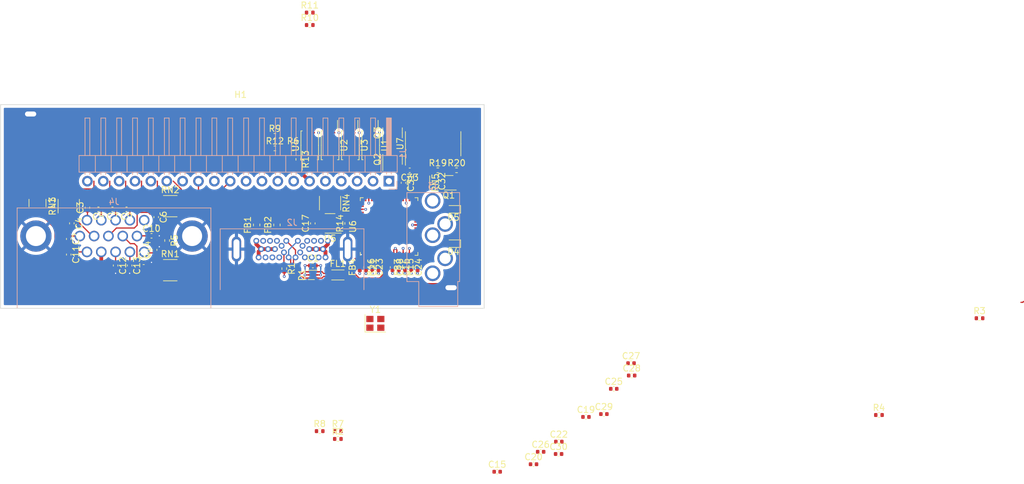
<source format=kicad_pcb>
(kicad_pcb (version 20210606) (generator pcbnew)
  (layers (0 "F.Cu" signal) (1 "In1.Cu" signal) (2 "In2.Cu" signal) (31 "B.Cu" signal) (34 "B.Paste" user) (35 "F.Paste" user) (36 "B.SilkS" user "B.Silkscreen") (37 "F.SilkS" user "F.Silkscreen") (38 "B.Mask" user) (39 "F.Mask" user) (44 "Edge.Cuts" user))
  (net 0 "")
  (net 1 "Net-(C1-Pad1)")
  (net 2 "Net-(C1-Pad2)")
  (net 3 "/DIGOUT0")
  (net 4 "GNDPWR")
  (net 5 "/FSK_IN")
  (net 6 "/K3_ON{slash}TX_INH")
  (net 7 "/AUXBUS_INOUT")
  (net 8 "/POWER_ON")
  (net 9 "/BAND1_OUT")
  (net 10 "/BAND2_OUT")
  (net 11 "/PTT_IN")
  (net 12 "/KEYOUT_LP")
  (net 13 "/DIGOUT1")
  (net 14 "/BAND0_OUT")
  (net 15 "/BAND3_OUT")
  (net 16 "/EXT_ALC")
  (net 17 "VBUS")
  (net 18 "/D_N")
  (net 19 "/D_P")
  (net 22 "Net-(J2-PadA5)")
  (net 28 "Net-(J2-PadB5)")
  (net 32 "/ACC_COM")
  (net 33 "GND")
  (net 34 "+5V")
  (net 35 "/ACC_ALC")
  (net 36 "/ACC_BND2")
  (net 37 "/ACC_BND3")
  (net 38 "/ACC_BND0")
  (net 39 "/ACC_KEY_OUT")
  (net 40 "/ACC_BND1")
  (net 41 "/ACC_PTT_IN")
  (net 42 "/ACC_PWR")
  (net 43 "/ACC_AUX")
  (net 44 "/ACC_DO0")
  (net 45 "/ACC_DI1")
  (net 46 "/ACC_DI0")
  (net 47 "/ACC_DO1")
  (net 48 "/RS232_DTR")
  (net 49 "/RS232_TXD")
  (net 50 "/RS232_RTS")
  (net 51 "/RS232_RXD")
  (net 52 "/USB_P")
  (net 53 "/USB_N")
  (net 54 "Net-(C15-Pad1)")
  (net 55 "Net-(C16-Pad1)")
  (net 56 "+3V3")
  (net 57 "Net-(C19-Pad1)")
  (net 58 "Net-(C21-Pad1)")
  (net 59 "/CAT and Winkey/1V8")
  (net 60 "/CAT and Winkey/CW_DOT")
  (net 61 "/CAT and Winkey/CW_DASH")
  (net 62 "/CAT and Winkey/UART_PC_TO_WINKEY")
  (net 63 "/CAT and Winkey/WINKEY_PTT")
  (net 64 "Net-(R6-Pad2)")
  (net 65 "Net-(RN4-Pad6)")
  (net 67 "Net-(RN4-Pad5)")
  (net 69 "Net-(RN5-Pad2)")
  (net 70 "Net-(RN5-Pad3)")
  (net 71 "/CAT and Winkey/UART_PC_TO_CAT")
  (net 72 "/CAT and Winkey/UART_CAT_TO_PC")
  (net 73 "/CAT and Winkey/UART_WINKEY_TO_PC")
  (net 76 "Net-(J4-Pad12)")
  (net 77 "GNDA")
  (net 78 "Net-(Q1-Pad1)")
  (net 82 "/CAT and Winkey/UART_RTS_PTT")
  (net 83 "/CAT and Winkey/~PTT")
  (net 84 "/CAT and Winkey/UART_DTR_KEY")
  (net 85 "/CAT and Winkey/WINKEY_KEY")
  (net 86 "/CAT and Winkey/~KEY")
  (net 87 "Net-(R14-Pad1)")
  (net 88 "Net-(R13-Pad1)")
  (net 89 "Net-(R14-Pad2)")
  (net 90 "Net-(R15-Pad2)")
  (net 91 "Net-(R16-Pad2)")
  (net 92 "Net-(R20-Pad1)")
  (net 93 "Net-(R7-Pad2)")
  (net 94 "Net-(R8-Pad2)")
  (footprint "Capacitor_SMD:C_0402_1005Metric" (layer "F.Cu") (at 156.16 125.98)
    (fp_text reference "C25")
    (fp_text value "100n")
  )
  (footprint "Resistor_SMD:R_0402_1005Metric" (layer "F.Cu") (at 198.61 130.17)
    (fp_text reference "R4")
    (fp_text value "100k")
  )
  (footprint "Package_SO:SOIC-14_3.9x8.7mm_P1.27mm" (layer "F.Cu") (at 127.25 86.75 90)
    (fp_text reference "U7")
    (fp_text value "WK3IC")
  )
  (footprint "Resistor_SMD:R_0402_1005Metric" (layer "F.Cu") (at 214.71 114.68)
    (fp_text reference "R3")
    (fp_text value "69k8")
  )
  (footprint "Resistor_SMD:R_0402_1005Metric" (layer "F.Cu") (at 113.5 99.5 90)
    (fp_text reference "R14")
    (fp_text value "2k2")
  )
  (footprint "Package_SO:SOP-4_4.4x2.6mm_P1.27mm" (layer "F.Cu") (at 114 87 -90)
    (fp_text reference "U3")
    (fp_text value "TCMT1600")
  )
  (footprint "Capacitor_SMD:C_0402_1005Metric" (layer "F.Cu") (at 117.5 106.52 -90)
    (fp_text reference "C23")
    (fp_text value "100n")
  )
  (footprint "Diode_SMD:D_SOD-523" (layer "F.Cu") (at 130.5 102.74 180)
    (fp_text reference "D4")
    (fp_text value "ESD5B5.0ST1G")
  )
  (footprint "Package_TO_SOT_SMD:SOT-23-6" (layer "F.Cu") (at 110.75 99.5 180)
    (fp_text reference "U5")
    (fp_text value "93LC56BT-E/OT")
  )
  (footprint "Capacitor_SMD:C_0402_1005Metric" (layer "F.Cu") (at 151.71 130.48)
    (fp_text reference "C19")
    (fp_text value "6p8")
  )
  (footprint "Resistor_SMD:R_Cat16-4" (layer "F.Cu") (at 85.170476 106.99)
    (fp_text reference "RN1")
    (fp_text value "220")
  )
  (footprint "Capacitor_SMD:C_0402_1005Metric" (layer "F.Cu") (at 123.75 106.52 -90)
    (fp_text reference "C24")
    (fp_text value "100n")
  )
  (footprint "Capacitor_SMD:C_0402_1005Metric" (layer "F.Cu") (at 143.32 138.05)
    (fp_text reference "C20")
    (fp_text value "100n")
  )
  (footprint "Resistor_SMD:R_0402_1005Metric" (layer "F.Cu") (at 107.5 65.76)
    (fp_text reference "R11")
    (fp_text value "1k")
  )
  (footprint "Capacitor_SMD:C_0402_1005Metric" (layer "F.Cu") (at 116.5 106.52 -90)
    (fp_text reference "C21")
    (fp_text value "4u7")
  )
  (footprint "Resistor_SMD:R_0402_1005Metric" (layer "F.Cu") (at 118.5 106.52 90)
    (fp_text reference "R16")
    (fp_text value "12k")
  )
  (footprint "Capacitor_SMD:C_0402_1005Metric" (layer "F.Cu") (at 159.03 123.85)
    (fp_text reference "C28")
    (fp_text value "100n")
  )
  (footprint "Capacitor_SMD:C_0402_1005Metric" (layer "F.Cu") (at 68.920476 101.99 -90)
    (fp_text reference "C2")
    (fp_text value "1n")
  )
  (footprint "Resistor_SMD:R_0402_1005Metric" (layer "F.Cu") (at 109.09 132.75)
    (fp_text reference "R8")
    (fp_text value "R")
  )
  (footprint "Shield_WUT:Shield_Masach_MS737-10_73.4x27.8x3mm_TH" (layer "F.Cu") (at 96.420476 95.89)
    (fp_text reference "H1")
    (fp_text value "Shield" hide)
  )
  (footprint "Capacitor_SMD:C_0402_1005Metric" (layer "F.Cu") (at 108 99.5 90)
    (fp_text reference "C17")
    (fp_text value "100n")
  )
  (footprint "Resistor_SMD:R_0402_1005Metric" (layer "F.Cu") (at 112 134)
    (fp_text reference "R2")
    (fp_text value "5k1")
  )
  (footprint "Capacitor_SMD:C_0402_1005Metric" (layer "F.Cu") (at 123.5 91 180)
    (fp_text reference "C33")
    (fp_text value "100n")
  )
  (footprint "Resistor_SMD:R_0402_1005Metric" (layer "F.Cu") (at 112 132.75)
    (fp_text reference "R7")
    (fp_text value "R")
  )
  (footprint "Capacitor_SMD:C_0402_1005Metric" (layer "F.Cu") (at 73.670476 97.24 180)
    (fp_text reference "C5")
    (fp_text value "1n")
  )
  (footprint "Inductor_SMD:L_0402_1005Metric" (layer "F.Cu") (at 115.5 106.52 90)
    (fp_text reference "FB4")
    (fp_text value "BLM15BD182SN1D")
  )
  (footprint "Resistor_SMD:R_Cat16-4" (layer "F.Cu") (at 68.920476 96.74 90)
    (fp_text reference "RN3")
    (fp_text value "220")
  )
  (footprint "Resistor_SMD:R_Cat16-4" (layer "F.Cu") (at 125 93 -90)
    (fp_text reference "RN5")
    (fp_text value "4k7")
  )
  (footprint "Capacitor_SMD:C_0402_1005Metric" (layer "F.Cu") (at 69.420476 99.49 -90)
    (fp_text reference "C4")
    (fp_text value "1n")
  )
  (footprint "Resistor_SMD:R_0402_1005Metric" (layer "F.Cu") (at 105.670476 89.24 -90)
    (fp_text reference "R13")
    (fp_text value "R")
  )
  (footprint "Diode_WUT:TVS_ST_USBLC6-2M6" (layer "F.Cu") (at 108 107.75 90)
    (fp_text reference "D1")
    (fp_text value "USBLC6-2M6")
  )
  (footprint "Inductor_SMD:L_0603_1608Metric" (layer "F.Cu") (at 102.25 99.75 90)
    (fp_text reference "FB2")
    (fp_text value "FerriteBead_Small")
  )
  (footprint "Diode_SMD:D_SOD-523" (layer "F.Cu") (at 130.5 97.25 180)
    (fp_text reference "D5")
    (fp_text value "ESD5B5.0ST1G")
  )
  (footprint "Package_DFN_QFN:QFN-64-1EP_9x9mm_P0.5mm_EP4.35x4.35mm" (layer "F.Cu") (at 120.2 100 90)
    (fp_text reference "U6")
    (fp_text value "FT2232HQ")
  )
  (footprint "Package_TO_SOT_SMD:SOT-23-6" (layer "F.Cu") (at 120.75 89.25 90)
    (fp_text reference "Q2")
    (fp_text value "FDC6303N")
  )
  (footprint "Resistor_SMD:R_Cat16-4" (layer "F.Cu") (at 85.170476 96.74)
    (fp_text reference "RN2")
    (fp_text value "220")
  )
  (footprint "Capacitor_SMD:C_0402_1005Metric" (layer "F.Cu") (at 147.33 136.41)
    (fp_text reference "C30")
    (fp_text value "100n")
  )
  (footprint "Resistor_SMD:R_0402_1005Metric" (layer "F.Cu") (at 103.420476 106.74 -90)
    (fp_text reference "R1")
    (fp_text value "5k1")
  )
  (footprint "Resistor_SMD:R_0402_1005Metric" (layer "F.Cu") (at 104.830476 87.49)
    (fp_text reference "R6")
    (fp_text value "R")
  )
  (footprint "Resistor_SMD:R_0402_1005Metric" (layer "F.Cu") (at 107.5 67.75)
    (fp_text reference "R10")
    (fp_text value "1k")
  )
  (footprint "Capacitor_SMD:C_0402_1005Metric" (layer "F.Cu") (at 82.170476 101.49)
    (fp_text reference "C10")
    (fp_text value "1n")
  )
  (footprint "Capacitor_SMD:C_0402_1005Metric" (layer "F.Cu") (at 78.670476 106.24 -90)
    (fp_text reference "C13")
    (fp_text value "1n")
  )
  (footprint "Resistor_SMD:R_0402_1005Metric" (layer "F.Cu") (at 84.670476 102.24 -90)
    (fp_text reference "R5")
    (fp_text value "137k")
  )
  (footprint "Package_TO_SOT_SMD:SOT-23-6" (layer "F.Cu") (at 120.75 85 90)
    (fp_text reference "Q3")
    (fp_text value "FDC6303N")
  )
  (footprint "Resistor_SMD:R_0402_1005Metric" (layer "F.Cu") (at 128 91)
    (fp_text reference "R19")
    (fp_text value "10k")
  )
  (footprint "Capacitor_SMD:C_0402_1005Metric" (layer "F.Cu") (at 82.920476 98.49 -90)
    (fp_text reference "C6")
    (fp_text value "1n")
  )
  (footprint "Capacitor_SMD:C_0402_1005Metric" (layer "F.Cu") (at 122.5 93 -90)
    (fp_text reference "C31")
    (fp_text value "100n")
  )
  (footprint "Capacitor_SMD:C_0402_1005Metric" (layer "F.Cu") (at 71.920476 96.99 90)
    (fp_text reference "C3")
    (fp_text value "1n")
  )
  (footprint "Package_SO:SOP-4_4.4x2.6mm_P1.27mm" (layer "F.Cu") (at 110.75 87 -90)
    (fp_text reference "U2")
    (fp_text value "TCMT1600")
  )
  (footprint "Inductor_SMD:L_0603_1608Metric" (layer "F.Cu") (at 99 99.75 90)
    (fp_text reference "FB1")
    (fp_text value "FerriteBead_Small")
  )
  (footprint "Filter_WUT:Wurth_CM_USB_744231091" (layer "F.Cu") (at 112 107.75)
    (fp_text reference "FL1")
    (fp_text value "Filter_EMI_CommonMode" hide)
  )
  (footprint "Capacitor_SMD:C_0402_1005Metric" (layer "F.Cu") (at 76.420476 106.24 -90)
    (fp_text reference "C12")
    (fp_text value "1n")
  )
  (footprint "Resistor_SMD:R_0402_1005Metric" (layer "F.Cu") (at 131 91)
    (fp_text reference "R20")
    (fp_text value "470")
  )
  (footprint "Capacitor_SMD:C_0402_1005Metric" (layer "F.Cu") (at 78.170476 97.24 180)
    (fp_text reference "C9")
    (fp_text value "1n")
  )
  (footprint "Capacitor_SMD:C_0402_1005Metric" (layer "F.Cu") (at 80.920476 105.74)
    (fp_text reference "C8")
    (fp_text value "1n")
  )
  (footprint "Resistor_SMD:R_0402_1005Metric" (layer "F.Cu") (at 101.920476 85.5)
    (fp_text reference "R9")
    (fp_text value "R")
  )
  (footprint "Capacitor_SMD:C_0402_1005Metric" (layer "F.Cu") (at 121.75 106.52 -90)
    (fp_text reference "C16")
    (fp_text value "4u7")
  )
  (footprint "Capacitor_SMD:C_0402_1005Metric" (layer "F.Cu") (at 154.58 130.02)
    (fp_text reference "C29")
    (fp_text value "100n")
  )
  (footprint "Inductor_SMD:L_0402_1005Metric" (layer "F.Cu") (at 122.75 106.52 90)
    (fp_text reference "FB3")
    (fp_text value "BLM15BD182SN1D")
  )
  (footprint "Capacitor_SMD:C_0402_1005Metric" (layer "F.Cu") (at 75.920476 97.24 180)
    (fp_text reference "C7")
    (fp_text value "1n")
  )
  (footprint "Capacitor_SMD:C_0402_1005Metric" (layer "F.Cu") (at 158.93 121.88)
    (fp_text reference "C27")
    (fp_text value "100n")
  )
  (footprint "Resistor_SMD:R_0402_1005Metric" (layer "F.Cu") (at 101.920476 87.49)
    (fp_text reference "R12")
    (fp_text value "1k")
  )
  (footprint "Capacitor_SMD:C_0402_1005Metric" (layer "F.Cu") (at 68.920476 104.49 -90)
    (fp_text reference "C11")
    (fp_text value "1n")
  )
  (footprint "Inductor_SMD:L_1210_3225Metric" (layer "F.Cu") (at 63.920476 96.24 -90)
    (fp_text reference "L1")
    (fp_text value "100u")
  )
  (footprint "Capacitor_SMD:C_0402_1005Metric" (layer "F.Cu") (at 127.5 92.75 -90)
    (fp_text reference "C32")
    (fp_text value "100n")
  )
  (footprint "Package_SO:SOP-4_4.4x2.6mm_P1.27mm" (layer "F.Cu") (at 107.5 87 90)
    (fp_text reference "U4")
    (fp_text value "TCMT1600")
  )
  (footprint "Capacitor_SMD:C_0402_1005Metric" (layer "F.Cu") (at 147.37 134.44)
    (fp_text reference "C22")
    (fp_text value "3u3")
  )
  (footprint "Capacitor_SMD:C_0402_1005Metric" (layer "F.Cu") (at 108 106.25)
    (fp_text reference "C1")
    (fp_text value "100n")
  )
  (footprint "Capacitor_SMD:C_0402_1005Metric" (layer "F.Cu") (at 144.46 136.06)
    (fp_text reference "C26")
    (fp_text value "100n")
  )
  (footprint "Crystal:Crystal_SMD_2520-4Pin_2.5x2.0mm" (layer "F.Cu") (at 118 115.5)
    (fp_text reference "Y1")
    (fp_text value "ABM10AIG-12.000MHZ-7-D2Z-T ")
  )
  (footprint "Capacitor_SMD:C_0402_1005Metric" (layer "F.Cu") (at 137.5 139.25)
    (fp_text reference "C15")
    (fp_text value "6p8")
  )
  (footprint "Package_SO:SOP-4_4.4x2.6mm_P1.27mm" (layer "F.Cu") (at 117.25 87 -90)
    (fp_text reference "U1")
    (fp_text value "TCMT1600")
  )
  (footprint "Package_TO_SOT_SMD:SOT-363_SC-70-6" (layer "F.Cu") (at 129.75 93 180)
    (fp_text reference "Q1")
    (fp_text value "SI1539CDL-T1-GE3")
  )
  (footprint "Capacitor_SMD:C_0402_1005Metric" (layer "F.Cu") (at 120.75 106.52 -90)
    (fp_text reference "C18")
    (fp_text value "100n")
  )
  (footprint "Resistor_SMD:R_0402_1005Metric" (layer "F.Cu") (at 124.75 106.52 90)
    (fp_text reference "R15")
    (fp_text value "1k")
  )
  (footprint "Capacitor_SMD:C_0402_1005Metric" (layer "F.Cu") (at 82.670476 103.74 90)
    (fp_text reference "C14")
    (fp_text value "1n")
  )
  (footprint "Resistor_SMD:R_Cat16-4" (layer "F.Cu") (at 110.75 96.25 -90)
    (fp_text reference "RN4")
    (fp_text value "10k")
  )
  (footprint "Connector_WUT:Jack_3.5mm_CUI_SJ1-3535NG-GR_Horizontal_CircularHoles_Green" (layer "B.Cu") (at 127.170476 107.49)
    (fp_text reference "J3")
    (fp_text value "AudioJack3_SwitchTR")
  )
  (footprint "Connector_WUT:USB-C_Amphenol_MUSBR-M1C1-M0" (layer "B.Cu") (at 104.670476 103.615 180)
    (fp_text reference "J2")
    (fp_text value "USB_C_Receptacle")
  )
  (footprint "Connector_WUT:D-Sub_HD15_TE_2311763-2_RA" (layer "B.Cu") (at 76.170476 101.525 180)
    (fp_text reference "J4")
    (fp_text value "DB15_Female_HighDensity_MountingHoles" hide)
  )
  (footprint "Connector_PinHeader_2.54mm:PinHeader_1x20_P2.54mm_Horizontal" (layer "B.Cu") (at 120.170476 92.74 90)
    (fp_text reference "J1")
    (fp_text value "TSW-120-08-T-S-RA")
  )
  (gr_line (start 135.420476 113.09) (end 58.020476 113.09) (layer "Edge.Cuts") (width 0.1))
  (gr_line (start 58.020476 113.09) (end 58.020476 80.49) (layer "Edge.Cuts") (width 0.1))
  (gr_line (start 135.420476 80.49) (end 135.420476 113.09) (layer "Edge.Cuts") (width 0.1))
  (gr_line (start 135.420476 80.49) (end 58.020476 80.49) (layer "Edge.Cuts") (width 0.1))
  (segment (start 110.395476 102.29) (end 110.395476 102.84) (width 0.6) (layer "F.Cu") (net 2))
  (segment (start 99.320476 104.94) (end 99.320476 104.015) (width 0.6) (layer "F.Cu") (net 2))
  (segment (start 98.945476 102.29) (end 98.945476 102.84) (width 0.6) (layer "F.Cu") (net 2))
  (segment (start 107.420476 103.615) (end 109.620476 103.615) (width 0.6) (layer "F.Cu") (net 2))
  (segment (start 98.945476 102.84) (end 99.720476 103.615) (width 0.6) (layer "F.Cu") (net 2))
  (segment (start 99.320476 104.015) (end 99.720476 103.615) (width 0.6) (layer "F.Cu") (net 2))
  (segment (start 107.525 107.75) (end 106.75 107.75) (width 0.2) (layer "F.Cu") (net 2))
  (segment (start 110.020476 104.94) (end 110.020476 104.015) (width 0.6) (layer "F.Cu") (net 2))
  (segment (start 108.475 107.75) (end 109.25 107.75) (width 0.2) (layer "F.Cu") (net 2))
  (segment (start 108.48 106.25) (end 109.25 106.25) (width 0.2) (layer "F.Cu") (net 2))
  (segment (start 110.395476 102.84) (end 109.620476 103.615) (width 0.6) (layer "F.Cu") (net 2))
  (segment (start 110.020476 104.015) (end 109.620476 103.615) (width 0.6) (layer "F.Cu") (net 2))
  (segment (start 107.52 106.25) (end 106.75 106.25) (width 0.2) (layer "F.Cu") (net 2))
  (segment (start 101.920476 103.615) (end 99.720476 103.615) (width 0.6) (layer "F.Cu") (net 2))
  (via (at 106.75 106.25) (size 0.45) (drill 0.2) (layers "F.Cu" "B.Cu") (net 2))
  (via (at 106.75 107.75) (size 0.45) (drill 0.2) (layers "F.Cu" "B.Cu") (net 2))
  (via (at 109.25 106.25) (size 0.45) (drill 0.2) (layers "F.Cu" "B.Cu") (net 2))
  (via (at 109.25 107.75) (size 0.45) (drill 0.2) (layers "F.Cu" "B.Cu") (net 2))
  (segment (start 109.25 107.75) (end 109.25 106.75) (width 0.2) (layer "B.Cu") (net 2))
  (segment (start 109.25 106.75) (end 109.25 106.5) (width 0.2) (layer "B.Cu") (net 2))
  (segment (start 109.25 106.75) (end 109.25 106.25) (width 0.2) (layer "B.Cu") (net 2))
  (segment (start 106.75 107.75) (end 106.75 106.25) (width 0.2) (layer "B.Cu") (net 2))
  (segment (start 68.520476 97.5) (end 68.520476 100.34) (width 0.2) (layer "F.Cu") (net 3))
  (segment (start 68.520476 100.34) (end 68.920476 100.74) (width 0.2) (layer "F.Cu") (net 3))
  (segment (start 68.935476 101.525) (end 68.920476 101.51) (width 0.2) (layer "F.Cu") (net 3))
  (segment (start 68.920476 100.74) (end 68.920476 101.51) (width 0.2) (layer "F.Cu") (net 3))
  (segment (start 70.695476 101.525) (end 68.935476 101.525) (width 0.2) (layer "F.Cu") (net 3))
  (segment (start 76.420476 106.72) (end 76.420476 107.49) (width 0.2) (layer "F.Cu") (net 4))
  (segment (start 71.920476 96.51) (end 71.400476 96.51) (width 0.2) (layer "F.Cu") (net 4))
  (segment (start 68.920476 102.47) (end 69.650476 102.47) (width 0.2) (layer "F.Cu") (net 4))
  (segment (start 83.420476 103.24) (end 82.670476 103.24) (width 0.2) (layer "F.Cu") (net 4))
  (segment (start 69.650476 104.97) (end 69.670476 104.99) (width 0.2) (layer "F.Cu") (net 4))
  (segment (start 82.670476 103.24) (end 82.670476 103.26) (width 0.2) (layer "F.Cu") (net 4))
  (segment (start 71.400476 96.51) (end 71.170476 96.74) (width 0.2) (layer "F.Cu") (net 4))
  (segment (start 82.650476 101.49) (end 83.420476 101.49) (width 0.2) (layer "F.Cu") (net 4))
  (segment (start 78.670476 107.49) (end 78.670476 106.72) (width 0.2) (layer "F.Cu") (net 4))
  (segment (start 69.650476 102.47) (end 69.670476 102.49) (width 0.2) (layer "F.Cu") (net 4))
  (segment (start 75.440476 97.24) (end 75.440476 97.97) (width 0.2) (layer "F.Cu") (net 4))
  (segment (start 77.690476 97.24) (end 77.690476 97.97) (width 0.2) (layer "F.Cu") (net 4))
  (segment (start 73.190476 97.97) (end 73.170476 97.99) (width 0.2) (layer "F.Cu") (net 4))
  (segment (start 81.400476 105.74) (end 82.170476 105.74) (width 0.2) (layer "F.Cu") (net 4))
  (segment (start 77.690476 97.97) (end 77.670476 97.99) (width 0.2) (layer "F.Cu") (net 4))
  (segment (start 68.920476 104.97) (end 69.650476 104.97) (width 0.2) (layer "F.Cu") (net 4))
  (segment (start 69.440476 99.99) (end 69.420476 99.97) (width 0.2) (layer "F.Cu") (net 4))
  (segment (start 82.920476 98.97) (end 82.920476 99.74) (width 0.2) (layer "F.Cu") (net 4))
  (segment (start 73.190476 97.24) (end 73.190476 97.97) (width 0.2) (layer "F.Cu") (net 4))
  (segment (start 75.440476 97.97) (end 75.420476 97.99) (width 0.2) (layer "F.Cu") (net 4))
  (segment (start 70.170476 99.99) (end 69.440476 99.99) (width 0.2) (layer "F.Cu") (net 4))
  (via (at 69.670476 104.99) (size 0.45) (drill 0.2) (layers "F.Cu" "B.Cu") (net 4))
  (via (at 78.670476 107.49) (size 0.45) (drill 0.2) (layers "F.Cu" "B.Cu") (net 4))
  (via (at 71.170476 96.74) (size 0.45) (drill 0.2) (layers "F.Cu" "B.Cu") (net 4))
  (via (at 82.920476 99.74) (size 0.45) (drill 0.2) (layers "F.Cu" "B.Cu") (net 4))
  (via (at 83.420476 103.24) (size 0.45) (drill 0.2) (layers "F.Cu" "B.Cu") (net 4))
  (via (at 83.420476 101.49) (size 0.45) (drill 0.2) (layers "F.Cu" "B.Cu") (net 4))
  (via (at 70.170476 99.99) (size 0.45) (drill 0.2) (layers "F.Cu" "B.Cu") (net 4))
  (via (at 69.670476 102.49) (size 0.45) (drill 0.2) (layers "F.Cu" "B.Cu") (net 4))
  (via (at 82.170476 105.74) (size 0.45) (drill 0.2) (layers "F.Cu" "B.Cu") (net 4))
  (via (at 77.670476 97.99) (size 0.45) (drill 0.2) (layers "F.Cu" "B.Cu") (net 4))
  (via (at 73.170476 97.99) (size 0.45) (drill 0.2) (layers "F.Cu" "B.Cu") (net 4))
  (via (at 75.420476 97.99) (size 0.45) (drill 0.2) (layers "F.Cu" "B.Cu") (net 4))
  (via (at 76.420476 107.49) (size 0.45) (drill 0.2) (layers "F.Cu" "B.Cu") (net 4))
  (segment (start 70.150476 97.47) (end 70.120476 97.5) (width 0.2) (layer "F.Cu") (net 5))
  (segment (start 71.620476 98.765) (end 71.840476 98.985) (width 0.2) (layer "F.Cu") (net 5))
  (segment (start 71.920476 98.905) (end 71.840476 98.985) (width 0.2) (layer "F.Cu") (net 5))
  (segment (start 71.920476 97.47) (end 71.920476 98.905) (width 0.2) (layer "F.Cu") (net 5))
  (segment (start 71.920476 97.47) (end 70.150476 97.47) (width 0.2) (layer "F.Cu") (net 5))
  (segment (start 70.190476 99.01) (end 72.705476 101.525) (width 0.2) (layer "F.Cu") (net 6))
  (segment (start 69.420476 99.01) (end 70.190476 99.01) (width 0.2) (layer "F.Cu") (net 6))
  (segment (start 69.320476 97.5) (end 69.320476 98.91) (width 0.2) (layer "F.Cu") (net 6))
  (segment (start 69.320476 98.91) (end 69.420476 99.01) (width 0.2) (layer "F.Cu") (net 6))
  (segment (start 72.705476 101.525) (end 72.985476 101.525) (width 0.2) (layer "F.Cu") (net 6))
  (segment (start 81.920476 95.96048) (end 74.949996 95.96048) (width 0.2) (layer "F.Cu") (net 7))
  (segment (start 74.949996 95.96048) (end 74.130476 96.78) (width 0.2) (layer "F.Cu") (net 7))
  (segment (start 84.410476 95.54) (end 82.340956 95.54) (width 0.2) (layer "F.Cu") (net 7))
  (segment (start 74.130476 96.78) (end 74.130476 98.985) (width 0.2) (layer "F.Cu") (net 7))
  (segment (start 82.340956 95.54) (end 81.920476 95.96048) (width 0.2) (layer "F.Cu") (net 7))
  (segment (start 75.275476 101.525) (end 76.560476 100.24) (width 0.2) (layer "F.Cu") (net 8))
  (segment (start 82.920476 98.01) (end 81.940476 98.01) (width 0.2) (layer "F.Cu") (net 8))
  (segment (start 79.870965 99.789511) (end 79.870965 98.039511) (width 0.2) (layer "F.Cu") (net 8))
  (segment (start 81.940476 98.01) (end 81.670476 97.74) (width 0.2) (layer "F.Cu") (net 8))
  (segment (start 79.870965 98.039511) (end 80.170476 97.74) (width 0.2) (layer "F.Cu") (net 8))
  (segment (start 76.560476 100.24) (end 79.420476 100.24) (width 0.2) (layer "F.Cu") (net 8))
  (segment (start 84.410476 97.94) (end 82.990476 97.94) (width 0.2) (layer "F.Cu") (net 8))
  (segment (start 82.990476 97.94) (end 82.920476 98.01) (width 0.2) (layer "F.Cu") (net 8))
  (segment (start 79.420476 100.24) (end 79.870965 99.789511) (width 0.2) (layer "F.Cu") (net 8))
  (segment (start 80.170476 97.74) (end 81.670476 97.74) (width 0.2) (layer "F.Cu") (net 8))
  (segment (start 76.420476 97.24) (end 76.420476 98.985) (width 0.2) (layer "F.Cu") (net 9))
  (segment (start 84.410476 96.34) (end 77.320476 96.34) (width 0.2) (layer "F.Cu") (net 9))
  (segment (start 77.320476 96.34) (end 76.420476 97.24) (width 0.2) (layer "F.Cu") (net 9))
  (segment (start 78.780476 102.74) (end 79.420476 102.74) (width 0.2) (layer "F.Cu") (net 10))
  (segment (start 81.020476 106.59) (end 80.440476 106.01) (width 0.2) (layer "F.Cu") (net 10))
  (segment (start 84.410476 106.59) (end 81.020476 106.59) (width 0.2) (layer "F.Cu") (net 10))
  (segment (start 80.440476 105.74) (end 80.440476 105.670978) (width 0.2) (layer "F.Cu") (net 10))
  (segment (start 79.839987 103.159511) (end 79.839987 105.070489) (width 0.2) (layer "F.Cu") (net 10))
  (segment (start 79.420476 102.74) (end 79.839987 103.159511) (width 0.2) (layer "F.Cu") (net 10))
  (segment (start 77.565476 101.525) (end 78.780476 102.74) (width 0.2) (layer "F.Cu") (net 10))
  (segment (start 80.440476 106.01) (end 80.440476 105.74) (width 0.2) (layer "F.Cu") (net 10))
  (segment (start 80.440476 105.670978) (end 79.839987 105.070489) (width 0.2) (layer "F.Cu") (net 10))
  (segment (start 78.710476 97.3) (end 78.650476 97.24) (width 0.2) (layer "F.Cu") (net 11))
  (segment (start 78.710476 98.985) (end 78.710476 97.3) (width 0.2) (layer "F.Cu") (net 11))
  (segment (start 84.410476 97.14) (end 78.750476 97.14) (width 0.2) (layer "F.Cu") (net 11))
  (segment (start 78.750476 97.14) (end 78.650476 97.24) (width 0.2) (layer "F.Cu") (net 11))
  (segment (start 81.690476 101.49) (end 79.890476 101.49) (width 0.2) (layer "F.Cu") (net 12))
  (segment (start 79.890476 101.49) (end 79.855476 101.525) (width 0.2) (layer "F.Cu") (net 12))
  (segment (start 68.920476 104.01) (end 68.190476 104.01) (width 0.2) (layer "F.Cu") (net 13))
  (segment (start 67.720476 103.54) (end 67.720476 97.5) (width 0.2) (layer "F.Cu") (net 13))
  (segment (start 68.975476 104.065) (end 68.920476 104.01) (width 0.2) (layer "F.Cu") (net 13))
  (segment (start 68.190476 104.01) (end 67.720476 103.54) (width 0.2) (layer "F.Cu") (net 13))
  (segment (start 71.840476 104.065) (end 68.975476 104.065) (width 0.2) (layer "F.Cu") (net 13))
  (segment (start 77.870476 108.19) (end 77.170476 107.49) (width 0.2) (layer "F.Cu") (net 14))
  (segment (start 77.170476 106.49) (end 76.420476 105.74) (width 0.2) (layer "F.Cu") (net 14))
  (segment (start 84.410476 108.19) (end 77.870476 108.19) (width 0.2) (layer "F.Cu") (net 14))
  (segment (start 77.170476 107.49) (end 77.170476 106.49) (width 0.2) (layer "F.Cu") (net 14))
  (segment (start 76.420476 105.74) (end 76.420476 104.065) (width 0.2) (layer "F.Cu") (net 14))
  (segment (start 78.670476 105.74) (end 78.710476 105.7) (width 0.2) (layer "F.Cu") (net 15))
  (segment (start 80.320476 107.39) (end 78.670476 105.74) (width 0.2) (layer "F.Cu") (net 15))
  (segment (start 78.710476 105.7) (end 78.710476 104.065) (width 0.2) (layer "F.Cu") (net 15))
  (segment (start 84.410476 107.39) (end 80.320476 107.39) (width 0.2) (layer "F.Cu") (net 15))
  (segment (start 84.670476 103.49) (end 84.670476 102.75) (width 0.2) (layer "F.Cu") (net 16))
  (segment (start 221.74048 112.01952) (end 221.74048 112) (width 0.2) (layer "F.Cu") (net 16))
  (segment (start 82.670476 104.22) (end 83.940476 104.22) (width 0.2) (layer "F.Cu") (net 16))
  (segment (start 82.670476 104.22) (end 81.155476 104.22) (width 0.2) (layer "F.Cu") (net 16))
  (segment (start 81.155476 104.22) (end 81.000476 104.065) (width 0.2) (layer "F.Cu") (net 16))
  (segment (start 83.940476 104.22) (end 84.670476 103.49) (width 0.2) (layer "F.Cu") (net 16))
  (segment (start 221.34 112.14) (end 221.62 112.14) (width 0.2) (layer "F.Cu") (net 16))
  (segment (start 221.62 112.14) (end 221.74048 112.01952) (width 0.2) (layer "F.Cu") (net 16))
  (segment (start 119.45 104.45) (end 119.46988 104.46988) (width 0.2032) (layer "F.Cu") (net 18))
  (segment (start 113.796401 107.5214) (end 113.625001 107.35) (width 0.2032) (layer "F.Cu") (net 18))
  (segment (start 114.678223 107.5214) (end 113.796401 107.5214) (width 0.2032) (layer "F.Cu") (net 18))
  (segment (start 119.471399 104.969075) (end 119.471399 107.455311) (width 0.2032) (layer "F.Cu") (net 18))
  (segment (start 119.46988 104.46988) (end 119.46988 104.967556) (width 0.2032) (layer "F.Cu") (net 18))
  (segment (start 119.46988 104.967556) (end 119.471399 104.969075) (width 0.2032) (layer "F.Cu") (net 18))
  (segment (start 115.428223 108.2714) (end 114.678223 107.5214) (width 0.2032) (layer "F.Cu") (net 18))
  (segment (start 119.471399 107.455311) (end 118.65531 108.2714) (width 0.2032) (layer "F.Cu") (net 18))
  (segment (start 113.625001 107.35) (end 112.95 107.35) (width 0.2032) (layer "F.Cu") (net 18))
  (segment (start 118.65531 108.2714) (end 115.428223 108.2714) (width 0.2032) (layer "F.Cu") (net 18))
  (segment (start 119.928601 107.644689) (end 118.84469 108.7286) (width 0.2032) (layer "F.Cu") (net 19))
  (segment (start 113.625001 108.15) (end 112.95 108.15) (width 0.2032) (layer "F.Cu") (net 19))
  (segment (start 118.84469 108.7286) (end 115.238843 108.7286) (width 0.2032) (layer "F.Cu") (net 19))
  (segment (start 119.93012 104.967556) (end 119.928601 104.969075) (width 0.2032) (layer "F.Cu") (net 19))
  (segment (start 113.796401 107.9786) (end 113.625001 108.15) (width 0.2032) (layer "F.Cu") (net 19))
  (segment (start 114.488843 107.9786) (end 113.796401 107.9786) (width 0.2032) (layer "F.Cu") (net 19))
  (segment (start 119.928601 104.969075) (end 119.928601 107.644689) (width 0.2032) (layer "F.Cu") (net 19))
  (segment (start 115.238843 108.7286) (end 114.488843 107.9786) (width 0.2032) (layer "F.Cu") (net 19))
  (segment (start 119.95 104.45) (end 119.93012 104.46988) (width 0.2032) (layer "F.Cu") (net 19))
  (segment (start 119.93012 104.46988) (end 119.93012 104.967556) (width 0.2032) (layer "F.Cu") (net 19))
  (segment (start 103.370476 104.14) (end 103.370476 106.18) (width 0.2) (layer "F.Cu") (net 28))
  (segment (start 103.370476 106.18) (end 103.420476 106.23) (width 0.2) (layer "F.Cu") (net 28))
  (segment (start 63.920476 94.84) (end 63.920476 92.329524) (width 0.6) (layer "F.Cu") (net 32))
  (segment (start 105.470476 90.74) (end 107.470476 92.74) (width 0.6) (layer "F.Cu") (net 32))
  (segment (start 65.51 90.74) (end 105.470476 90.74) (width 0.6) (layer "F.Cu") (net 32))
  (segment (start 63.920476 92.329524) (end 65.51 90.74) (width 0.6) (layer "F.Cu") (net 32))
  (segment (start 121.45 103.75) (end 121.2 103.5) (width 0.2) (layer "F.Cu") (net 33))
  (segment (start 122.45 104.45) (end 122.45 103.5) (width 0.2) (layer "F.Cu") (net 33))
  (segment (start 116.5 107) (end 116.5 107.52) (width 0.2) (layer "F.Cu") (net 33))
  (segment (start 124.65 99.75) (end 123.95 99.75) (width 0.2) (layer "F.Cu") (net 33))
  (segment (start 103.420476 107.25) (end 103.420476 107.99) (width 0.2) (layer "F.Cu") (net 33))
  (segment (start 115.8 104.45) (end 115.75 104.5) (width 0.2) (layer "F.Cu") (net 33))
  (segment (start 118.5 107.03) (end 118.5 107.52) (width 0.2) (layer "F.Cu") (net 33))
  (segment (start 121.75 107) (end 121.75 107.5) (width 0.2) (layer "F.Cu") (net 33))
  (segment (start 108.135 83.8125) (end 108.135 84.885) (width 0.2) (layer "F.Cu") (net 33))
  (segment (start 120.95 104.45) (end 120.95 103.75) (width 0.2) (layer "F.Cu") (net 33))
  (segment (start 120.95 103.75) (end 121.2 103.5) (width 0.2) (layer "F.Cu") (net 33))
  (segment (start 108.135 84.885) (end 108.25 85) (width 0.2) (layer "F.Cu") (net 33))
  (segment (start 116.45 104.45) (end 115.8 104.45) (width 0.2) (layer "F.Cu") (net 33))
  (segment (start 121.45 104.45) (end 121.45 103.75) (width 0.2) (layer "F.Cu") (net 33))
  (segment (start 117.5 107) (end 117.5 107.52) (width 0.2) (layer "F.Cu") (net 33))
  (segment (start 123.75 107) (end 123.75 107.5) (width 0.2) (layer "F.Cu") (net 33))
  (segment (start 123.45 104.45) (end 123.45 103.5) (width 0.2) (layer "F.Cu") (net 33))
  (segment (start 120.75 107) (end 120.75 107.5) (width 0.2) (layer "F.Cu") (net 33))
  (via (at 123.45 103.5) (size 0.45) (drill 0.2) (layers "F.Cu" "B.Cu") (net 33))
  (via (at 117.5 107.52) (size 0.45) (drill 0.2) (layers "F.Cu" "B.Cu") (net 33))
  (via (at 116.5 107.52) (size 0.45) (drill 0.2) (layers "F.Cu" "B.Cu") (net 33))
  (via (at 108.920476 84.99) (size 0.45) (drill 0.2) (layers "F.Cu" "B.Cu") (net 33))
  (via (at 123.95 99.75) (size 0.45) (drill 0.2) (layers "F.Cu" "B.Cu") (net 33))
  (via (at 121.2 103.5) (size 0.45) (drill 0.2) (layers "F.Cu" "B.Cu") (net 33))
  (via (at 123.75 107.5) (size 0.45) (drill 0.2) (layers "F.Cu" "B.Cu") (net 33))
  (via (at 122.45 103.5) (size 0.45) (drill 0.2) (layers "F.Cu" "B.Cu") (net 33))
  (via (at 116.45 97.25) (size 0.45) (drill 0.2) (layers "F.Cu" "B.Cu") (net 33))
  (via (at 103.420476 107.99) (size 0.45) (drill 0.2) (layers "F.Cu" "B.Cu") (net 33))
  (via (at 120.75 107.5) (size 0.45) (drill 0.2) (layers "F.Cu" "B.Cu") (net 33))
  (via (at 122.95 96.25) (size 0.45) (drill 0.2) (layers "F.Cu" "B.Cu") (net 33))
  (via (at 118.5 107.52) (size 0.45) (drill 0.2) (layers "F.Cu" "B.Cu") (net 33))
  (via (at 116.95 96.25) (size 0.45) (drill 0.2) (layers "F.Cu" "B.Cu") (net 33))
  (via (at 121.75 107.5) (size 0.45) (drill 0.2) (layers "F.Cu" "B.Cu") (net 33))
  (via (at 115.75 104.5) (size 0.45) (drill 0.2) (layers "F.Cu" "B.Cu") (net 33))
  (segment (start 123.44 89.225) (end 123.44 90.46) (width 0.2) (layer "F.Cu") (net 34))
  (segment (start 123.44 90.46) (end 123.98 91) (width 0.2) (layer "F.Cu") (net 34))
  (segment (start 93.920476 95.49) (end 94.920476 95.49) (width 0.2) (layer "F.Cu") (net 36))
  (segment (start 93.170476 104.24) (end 93.170476 96.24) (width 0.2) (layer "F.Cu") (net 36))
  (segment (start 90.820476 106.59) (end 93.170476 104.24) (width 0.2) (layer "F.Cu") (net 36))
  (segment (start 85.930476 106.59) (end 90.820476 106.59) (width 0.2) (layer "F.Cu") (net 36))
  (segment (start 95.600476 95.49) (end 94.920476 95.49) (width 0.2) (layer "F.Cu") (net 36))
  (segment (start 93.170476 96.24) (end 93.920476 95.49) (width 0.2) (layer "F.Cu") (net 36))
  (segment (start 93.670476 104.49) (end 90.770476 107.39) (width 0.2) (layer "F.Cu") (net 37))
  (segment (start 94.170476 95.99) (end 93.670476 96.49) (width 0.2) (layer "F.Cu") (net 37))
  (segment (start 93.670476 96.49) (end 93.670476 104.49) (width 0.2) (layer "F.Cu") (net 37))
  (segment (start 94.640476 95.99) (end 93.920476 95.99) (width 0.2) (layer "F.Cu") (net 37))
  (segment (start 96.920476 95.99) (end 94.170476 95.99) (width 0.2) (layer "F.Cu") (net 37))
  (segment (start 90.770476 107.39) (end 85.930476 107.39) (width 0.2) (layer "F.Cu") (net 37))
  (segment (start 94.170476 104.74) (end 90.720476 108.19) (width 0.2) (layer "F.Cu") (net 38))
  (segment (start 94.420476 96.49) (end 94.170476 96.74) (width 0.2) (layer "F.Cu") (net 38))
  (segment (start 98.170476 96.49) (end 94.420476 96.49) (width 0.2) (layer "F.Cu") (net 38))
  (segment (start 90.720476 108.19) (end 85.930476 108.19) (width 0.2) (layer "F.Cu") (net 38))
  (segment (start 98.180476 96.49) (end 96.670476 96.49) (width 0.2) (layer "F.Cu") (net 38))
  (segment (start 94.170476 96.74) (end 94.170476 104.74) (width 0.2) (layer "F.Cu") (net 38))
  (segment (start 89.120476 105.79) (end 88.370476 105.79) (width 0.2) (layer "F.Cu") (net 39))
  (segment (start 88.370476 105.79) (end 90.870476 105.79) (width 0.2) (layer "F.Cu") (net 39))
  (segment (start 92.670476 95.88) (end 92.670476 96.24) (width 0.2) (layer "F.Cu") (net 39))
  (segment (start 92.670476 103.99) (end 92.670476 96.24) (width 0.2) (layer "F.Cu") (net 39))
  (segment (start 88.370476 105.79) (end 85.930476 105.79) (width 0.2) (layer "F.Cu") (net 39))
  (segment (start 90.870476 105.79) (end 92.670476 103.99) (width 0.2) (layer "F.Cu") (net 39))
  (segment (start 86.920476 96.19) (end 86.770476 96.34) (width 0.2) (layer "F.Cu") (net 40))
  (segment (start 86.920476 94.01) (end 86.920476 96.19) (width 0.2) (layer "F.Cu") (net 40))
  (segment (start 85.930476 96.34) (end 86.770476 96.34) (width 0.2) (layer "F.Cu") (net 40))
  (segment (start 85.650476 92.74) (end 86.920476 94.01) (width 0.2) (layer "F.Cu") (net 40))
  (segment (start 89.690476 92.74) (end 89.690476 95.059524) (width 0.2) (layer "F.Cu") (net 41))
  (segment (start 87.61 97.14) (end 86.89 97.14) (width 0.2) (layer "F.Cu") (net 41))
  (segment (start 86.89 97.14) (end 87.320476 97.14) (width 0.2) (layer "F.Cu") (net 41))
  (segment (start 85.930476 97.14) (end 86.89 97.14) (width 0.2) (layer "F.Cu") (net 41))
  (segment (start 89.690476 95.059524) (end 87.61 97.14) (width 0.2) (layer "F.Cu") (net 41))
  (segment (start 88.070476 97.94) (end 87.370476 97.94) (width 0.2) (layer "F.Cu") (net 42))
  (segment (start 89.570476 97.94) (end 94.770476 92.74) (width 0.2) (layer "F.Cu") (net 42))
  (segment (start 85.930476 97.94) (end 86.81 97.94) (width 0.2) (layer "F.Cu") (net 42))
  (segment (start 86.81 97.94) (end 87.370476 97.94) (width 0.2) (layer "F.Cu") (net 42))
  (segment (start 86.81 97.94) (end 89.570476 97.94) (width 0.2) (layer "F.Cu") (net 42))
  (segment (start 85.420476 94.49) (end 83.420476 94.49) (width 0.2) (layer "F.Cu") (net 43))
  (segment (start 85.930476 95) (end 85.420476 94.49) (width 0.2) (layer "F.Cu") (net 43))
  (segment (start 83.110476 94.18) (end 83.110476 92.74) (width 0.2) (layer "F.Cu") (net 43))
  (segment (start 85.930476 95.54) (end 85.930476 95) (width 0.2) (layer "F.Cu") (net 43))
  (segment (start 83.420476 94.49) (end 83.110476 94.18) (width 0.2) (layer "F.Cu") (net 43))
  (segment (start 69.170476 94.49) (end 68.520476 95.14) (width 0.2) (layer "F.Cu") (net 44))
  (segment (start 75.490476 93.92) (end 74.920476 94.49) (width 0.2) (layer "F.Cu") (net 44))
  (segment (start 75.490476 92.74) (end 75.490476 93.92) (width 0.2) (layer "F.Cu") (net 44))
  (segment (start 74.920476 94.49) (end 69.170476 94.49) (width 0.2) (layer "F.Cu") (net 44))
  (segment (start 68.520476 95.14) (end 68.520476 95.98) (width 0.2) (layer "F.Cu") (net 44))
  (segment (start 77.170476 94.99) (end 69.670476 94.99) (width 0.2) (layer "F.Cu") (net 45))
  (segment (start 78.030476 92.74) (end 78.030476 94.13) (width 0.2) (layer "F.Cu") (net 45))
  (segment (start 69.670476 94.99) (end 69.320476 95.34) (width 0.2) (layer "F.Cu") (net 45))
  (segment (start 69.320476 95.34) (end 69.320476 95.98) (width 0.2) (layer "F.Cu") (net 45))
  (segment (start 78.030476 94.13) (end 77.170476 94.99) (width 0.2) (layer "F.Cu") (net 45))
  (segment (start 71.160476 95.98) (end 71.650476 95.49) (width 0.2) (layer "F.Cu") (net 46))
  (segment (start 71.650476 95.49) (end 79.170476 95.49) (width 0.2) (layer "F.Cu") (net 46))
  (segment (start 80.570476 94.09) (end 80.570476 92.74) (width 0.2) (layer "F.Cu") (net 46))
  (segment (start 79.170476 95.49) (end 80.570476 94.09) (width 0.2) (layer "F.Cu") (net 46))
  (segment (start 70.120476 95.98) (end 71.160476 95.98) (width 0.2) (layer "F.Cu") (net 46))
  (segment (start 72.950476 93.71) (end 72.670476 93.99) (width 0.2) (layer "F.Cu") (net 47))
  (segment (start 72.950476 92.74) (end 72.950476 93.71) (width 0.2) (layer "F.Cu") (net 47))
  (segment (start 72.670476 93.99) (end 68.670476 93.99) (width 0.2) (layer "F.Cu") (net 47))
  (segment (start 67.720476 94.94) (end 67.720476 95.98) (width 0.2) (layer "F.Cu") (net 47))
  (segment (start 68.670476 93.99) (end 67.720476 94.94) (width 0.2) (layer "F.Cu") (net 47))
  (segment (start 109.459639 108.256111) (end 109.73715 107.9786) (width 0.2032) (layer "F.Cu") (net 52))
  (segment (start 104.441875 105.261399) (end 104.120476 104.94) (width 0.2032) (layer "F.Cu") (net 52))
  (segment (start 106.26285 107.9786) (end 105.90531 107.9786) (width 0.2032) (layer "F.Cu") (net 52))
  (segment (start 105.90531 107.9786) (end 104.441875 106.515165) (width 0.2032) (layer "F.Cu") (net 52))
  (segment (start 107.525 108.25) (end 107.037499 108.25) (width 0.2032) (layer "F.Cu") (net 52))
  (segment (start 108.968612 108.256111) (end 109.459639 108.256111) (width 0.2032) (layer "F.Cu") (net 52))
  (segment (start 107.031388 108.256111) (end 106.540361 108.256111) (width 0.2032) (layer "F.Cu") (net 52))
  (segment (start 107.037499 108.25) (end 107.031388 108.256111) (width 0.2032) (layer "F.Cu") (net 52))
  (segment (start 106.540361 108.256111) (end 106.26285 107.9786) (width 0.2032) (layer "F.Cu") (net 52))
  (segment (start 104.441875 106.515165) (end 104.441875 105.261399) (width 0.2032) (layer "F.Cu") (net 52))
  (segment (start 110.203599 107.9786) (end 110.374999 108.15) (width 0.2032) (layer "F.Cu") (net 52))
  (segment (start 108.962501 108.25) (end 108.968612 108.256111) (width 0.2032) (layer "F.Cu") (net 52))
  (segment (start 109.73715 107.9786) (end 110.203599 107.9786) (width 0.2032) (layer "F.Cu") (net 52))
  (segment (start 108.475 108.25) (end 108.962501 108.25) (width 0.2032) (layer "F.Cu") (net 52))
  (segment (start 110.374999 108.15) (end 111.05 108.15) (width 0.2032) (layer "F.Cu") (net 52))
  (segment (start 104.120476 103.765) (end 105.595476 102.29) (width 0.2) (layer "B.Cu") (net 52))
  (segment (start 104.120476 104.94) (end 104.120476 103.765) (width 0.2) (layer "B.Cu") (net 52))
  (segment (start 107.525 107.25) (end 107.037499 107.25) (width 0.2032) (layer "F.Cu") (net 53))
  (segment (start 109.73715 107.5214) (end 110.203599 107.5214) (width 0.2032) (layer "F.Cu") (net 53))
  (segment (start 105.220476 104.94) (end 105.220476 103.765) (width 0.2) (layer "F.Cu") (net 53))
  (segment (start 105.220476 103.765) (end 103.745476 102.29) (width 0.2) (layer "F.Cu") (net 53))
  (segment (start 106.26285 107.5214) (end 106.09469 107.5214) (width 0.2032) (layer "F.Cu") (net 53))
  (segment (start 106.09469 107.5214) (end 104.899077 106.325787) (width 0.2032) (layer "F.Cu") (net 53))
  (segment (start 104.899077 105.261399) (end 105.220476 104.94) (width 0.2032) (layer "F.Cu") (net 53))
  (segment (start 107.037499 107.25) (end 107.031388 107.243889) (width 0.2032) (layer "F.Cu") (net 53))
  (segment (start 108.968612 107.243889) (end 109.459639 107.243889) (width 0.2032) (layer "F.Cu") (net 53))
  (segment (start 110.374999 107.35) (end 111.05 107.35) (width 0.2032) (layer "F.Cu") (net 53))
  (segment (start 108.962501 107.25) (end 108.968612 107.243889) (width 0.2032) (layer "F.Cu") (net 53))
  (segment (start 108.475 107.25) (end 108.962501 107.25) (width 0.2032) (layer "F.Cu") (net 53))
  (segment (start 107.031388 107.243889) (end 106.540361 107.243889) (width 0.2032) (layer "F.Cu") (net 53))
  (segment (start 109.459639 107.243889) (end 109.73715 107.5214) (width 0.2032) (layer "F.Cu") (net 53))
  (segment (start 104.899077 106.325787) (end 104.899077 105.261399) (width 0.2032) (layer "F.Cu") (net 53))
  (segment (start 110.203599 107.5214) (end 110.374999 107.35) (width 0.2032) (layer "F.Cu") (net 53))
  (segment (start 106.540361 107.243889) (end 106.26285 107.5214) (width 0.2032) (layer "F.Cu") (net 53))
  (segment (start 116.95 104.45) (end 116.95 104.85) (width 0.2) (layer "F.Cu") (net 54))
  (segment (start 116.67904 105.12096) (end 114.75 105.12096) (width 0.2) (layer "F.Cu") (net 54))
  (segment (start 116.95 104.85) (end 116.67904 105.12096) (width 0.2) (layer "F.Cu") (net 54))
  (segment (start 120.75 106.04) (end 121.75 106.04) (width 0.2) (layer "F.Cu") (net 55))
  (segment (start 120.45 104.45) (end 120.45 105.2) (width 0.2) (layer "F.Cu") (net 55))
  (segment (start 122.745 106.04) (end 122.75 106.035) (width 0.2) (layer "F.Cu") (net 55))
  (segment (start 120.75 106.04) (end 120.75 105.5) (width 0.2) (layer "F.Cu") (net 55))
  (segment (start 120.45 105.2) (end 120.75 105.5) (width 0.2) (layer "F.Cu") (net 55))
  (segment (start 121.75 106.04) (end 122.745 106.04) (width 0.2) (layer "F.Cu") (net 55))
  (segment (start 124.75 107.03) (end 124.75 107.5) (width 0.2) (layer "F.Cu") (net 56))
  (segment (start 122.75 107.005) (end 122.75 107.5) (width 0.2) (layer "F.Cu") (net 56))
  (segment (start 114.635 83.8125) (end 114.635 84.885) (width 0.2) (layer "F.Cu") (net 56))
  (segment (start 115.5 107.005) (end 115.5 107.52) (width 0.2) (layer "F.Cu") (net 56))
  (segment (start 111.385 83.8125) (end 111.385 84.885) (width 0.2) (layer "F.Cu") (net 56))
  (segment (start 117.885 83.8125) (end 117.885 84.885) (width 0.2) (layer "F.Cu") (net 56))
  (segment (start 117.885 84.885) (end 118 85) (width 0.2) (layer "F.Cu") (net 56))
  (segment (start 114.635 84.885) (end 114.75 85) (width 0.2) (layer "F.Cu") (net 56))
  (segment (start 111.385 84.885) (end 111.5 85) (width 0.2) (layer "F.Cu") (net 56))
  (via (at 112.170476 84.99) (size 0.45) (drill 0.2) (layers "F.Cu" "B.Cu") (net 56))
  (via (at 115.5 107.52) (size 0.45) (drill 0.2) (layers "F.Cu" "B.Cu") (net 56))
  (via (at 124.75 107.5) (size 0.45) (drill 0.2) (layers "F.Cu" "B.Cu") (net 56))
  (via (at 118.670476 84.99) (size 0.45) (drill 0.2) (layers "F.Cu" "B.Cu") (net 56))
  (via (at 115.420476 84.99) (size 0.45) (drill 0.2) (layers "F.Cu" "B.Cu") (net 56))
  (via (at 122.75 107.5) (size 0.45) (drill 0.2) (layers "F.Cu" "B.Cu") (net 56))
  (segment (start 117.25 105.5) (end 117.23048 105.48048) (width 0.2) (layer "F.Cu") (net 57))
  (segment (start 115.25 105.48048) (end 114.76952 105.48048) (width 0.2) (layer "F.Cu") (net 57))
  (segment (start 117.45 104.45) (end 117.45 105.3) (width 0.2) (layer "F.Cu") (net 57))
  (segment (start 117.45 105.3) (end 117.25 105.5) (width 0.2) (layer "F.Cu") (net 57))
  (segment (start 117.23048 105.48048) (end 115.25 105.48048) (width 0.2) (layer "F.Cu") (net 57))
  (segment (start 114.76952 105.48048) (end 114.75 105.5) (width 0.2) (layer "F.Cu") (net 57))
  (segment (start 115.505 106.04) (end 115.5 106.035) (width 0.2) (layer "F.Cu") (net 58))
  (segment (start 117.95 104.45) (end 117.95 105.59) (width 0.2) (layer "F.Cu") (net 58))
  (segment (start 117.95 105.59) (end 117.5 106.04) (width 0.2) (layer "F.Cu") (net 58))
  (segment (start 116.5 106.04) (end 115.505 106.04) (width 0.2) (layer "F.Cu") (net 58))
  (segment (start 117.5 106.04) (end 116.5 106.04) (width 0.2) (layer "F.Cu") (net 58))
  (segment (start 122.23048 105.48048) (end 121.95 105.2) (width 0.2) (layer "F.Cu") (net 59))
  (segment (start 121.95 105.2) (end 121.95 104.45) (width 0.2) (layer "F.Cu") (net 59))
  (segment (start 123.23048 105.48048) (end 122.23048 105.48048) (width 0.2) (layer "F.Cu") (net 59))
  (segment (start 123.75 106) (end 123.23048 105.48048) (width 0.2) (layer "F.Cu") (net 59))
  (segment (start 123.75 106.04) (end 123.75 106) (width 0.2) (layer "F.Cu") (net 59))
  (segment (start 123.8 91.66) (end 123.87048 91.58952) (width 0.2) (layer "F.Cu") (net 60))
  (segment (start 124.71 91.18036) (end 124.71 89.225) (width 0.2) (layer "F.Cu") (net 60))
  (segment (start 123.87048 91.58952) (end 124.30084 91.58952) (width 0.2) (layer "F.Cu") (net 60))
  (segment (start 124.30084 91.58952) (end 124.71 91.18036) (width 0.2) (layer "F.Cu") (net 60))
  (segment (start 123.8 92.24) (end 123.8 91.66) (width 0.2) (layer "F.Cu") (net 60))
  (segment (start 127.25 89.225) (end 127.25 90) (width 0.2) (layer "F.Cu") (net 61))
  (segment (start 66.920476 105.74) (end 66.920476 100.24) (width 0.6) (layer "F.Cu") (net 76))
  (segment (start 74.130476 104.065) (end 74.130476 105.78) (width 0.6) (layer "F.Cu") (net 76))
  (segment (start 73.170476 106.74) (end 67.920476 106.74) (width 0.6) (layer "F.Cu") (net 76))
  (segment (start 66.920476 100.24) (end 64.320476 97.64) (width 0.6) (layer "F.Cu") (net 76))
  (segment (start 74.130476 105.78) (end 73.170476 106.74) (width 0.6) (layer "F.Cu") (net 76))
  (segment (start 67.920476 106.74) (end 66.920476 105.74) (width 0.6) (layer "F.Cu") (net 76))
  (segment (start 64.320476 97.64) (end 63.920476 97.64) (width 0.6) (layer "F.Cu") (net 76))
  (segment (start 122.95 104.812476) (end 122.95 104.45) (width 0.2) (layer "F.Cu") (net 90))
  (segment (start 123.247044 105.10952) (end 122.95 104.812476) (width 0.2) (layer "F.Cu") (net 90))
  (segment (start 123.247044 105.10952) (end 123.84952 105.10952) (width 0.2) (layer "F.Cu") (net 90))
  (segment (start 123.84952 105.10952) (end 124.75 106.01) (width 0.2) (layer "F.Cu") (net 90))
  (segment (start 118.95 105.56) (end 118.5 106.01) (width 0.2) (layer "F.Cu") (net 91))
  (segment (start 118.95 104.45) (end 118.95 105.56) (width 0.2) (layer "F.Cu") (net 91))
  (zone (net 4) (net_name "GNDPWR") (layer "B.Cu") (connect_pads (clearance 0.508)) (min_thickness 0.254) (fill yes (thermal_gap 0.508) (thermal_bridge_width 0.508))
    (polygon (pts (xy 57.920476 113.49) (xy 135.420476 113.49) (xy 135.420476 80.49) (xy 57.920476 80.49)))
  )
)
</source>
